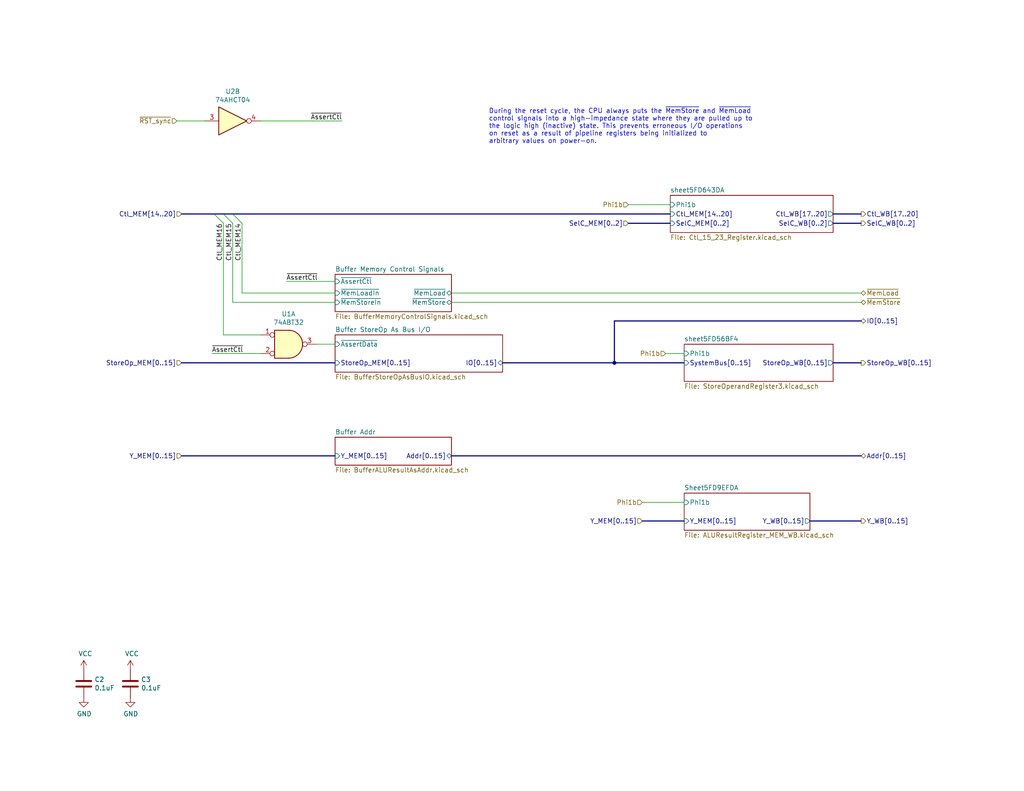
<source format=kicad_sch>
(kicad_sch (version 20250114) (generator "eeschema") (generator_version "9.0")
  (paper "USLetter")
  (title_block (title "MEM") (date "2025-07-01") (rev "A") (comment 3 "These devices connect to the main board via a connector described in another sheet.") (comment 4 "The MEM stage interfaces with memory and memory-mapped peripherals."))
  (lib_symbols
    (symbol "Device:C" (pin_numbers (hide yes)) (pin_names (offset 0.254))
      (property "Reference" "C" (at 0.635 2.54 0))
      (property "Value" "C" (at 0.635 -2.54 0))
      (symbol "C_0_1"
        (polyline (pts (xy -2.032 0.762) (xy 2.032 0.762)) (stroke (width 0.508)))
        (polyline (pts (xy -2.032 -0.762) (xy 2.032 -0.762)) (stroke (width 0.508)))
      )
      (symbol "C_1_1"
        (pin passive line (at 0 3.81 270) (length 2.794) (name "~") (number "1"))
        (pin passive line (at 0 -3.81 90) (length 2.794) (name "~") (number "2"))
      )
    )
    (symbol "Turtle16:74ABT32" (pin_names (offset 1.016))
      (property "Reference" "U" (at 0 1.27 0))
      (property "Value" "74ABT32" (at 0 -1.27 0))
      (symbol "74ABT32_1_1"
        (arc (start -3.81 3.81) (mid -2.589 0) (end -3.81 -3.81) (stroke (width 0.254)))
        (polyline (pts (xy -3.81 3.81) (xy -0.635 3.81)) (stroke (width 0.254)) (fill (type background)))
        (polyline (pts (xy -3.81 -3.81) (xy -0.635 -3.81)) (stroke (width 0.254)) (fill (type background)))
        (arc (start 3.81 0) (mid 2.1855 -2.584) (end -0.6096 -3.81) (stroke (width 0.254)) (fill (type background)))
        (arc (start -0.6096 3.81) (mid 2.1928 2.5924) (end 3.81 0) (stroke (width 0.254)) (fill (type background)))
        (polyline (pts (xy -0.635 3.81) (xy -3.81 3.81) (xy -3.81 3.81) (xy -3.556 3.4036) (xy -3.0226 2.2606) (xy -2.6924 1.0414) (xy -2.6162 -0.254) (xy -2.7686 -1.4986) (xy -3.175 -2.7178) (xy -3.81 -3.81) (xy -3.81 -3.81) (xy -0.635 -3.81)) (stroke (width -25.4)) (fill (type background)))
        (pin input line (at -7.62 2.54 0) (length 4.318) (name "~") (number "1"))
        (pin input line (at -7.62 -2.54 0) (length 4.318) (name "~") (number "2"))
        (pin output line (at 7.62 0 180) (length 3.81) (name "~") (number "3"))
      )
      (symbol "74ABT32_1_2"
        (arc (start 0 3.81) (mid 3.7934 0) (end 0 -3.81) (stroke (width 0.254)) (fill (type background)))
        (polyline (pts (xy 0 3.81) (xy -3.81 3.81) (xy -3.81 -3.81) (xy 0 -3.81)) (stroke (width 0.254)) (fill (type background)))
        (pin input inverted (at -7.62 2.54 0) (length 3.81) (name "~") (number "1"))
        (pin input inverted (at -7.62 -2.54 0) (length 3.81) (name "~") (number "2"))
        (pin output inverted (at 7.62 0 180) (length 3.81) (name "~") (number "3"))
      )
      (symbol "74ABT32_2_1"
        (arc (start -3.81 3.81) (mid -2.589 0) (end -3.81 -3.81) (stroke (width 0.254)))
        (polyline (pts (xy -3.81 3.81) (xy -0.635 3.81)) (stroke (width 0.254)) (fill (type background)))
        (polyline (pts (xy -3.81 -3.81) (xy -0.635 -3.81)) (stroke (width 0.254)) (fill (type background)))
        (arc (start 3.81 0) (mid 2.1855 -2.584) (end -0.6096 -3.81) (stroke (width 0.254)) (fill (type background)))
        (arc (start -0.6096 3.81) (mid 2.1928 2.5924) (end 3.81 0) (stroke (width 0.254)) (fill (type background)))
        (polyline (pts (xy -0.635 3.81) (xy -3.81 3.81) (xy -3.81 3.81) (xy -3.556 3.4036) (xy -3.0226 2.2606) (xy -2.6924 1.0414) (xy -2.6162 -0.254) (xy -2.7686 -1.4986) (xy -3.175 -2.7178) (xy -3.81 -3.81) (xy -3.81 -3.81) (xy -0.635 -3.81)) (stroke (width -25.4)) (fill (type background)))
        (pin input line (at -7.62 2.54 0) (length 4.318) (name "~") (number "4"))
        (pin input line (at -7.62 -2.54 0) (length 4.318) (name "~") (number "5"))
        (pin output line (at 7.62 0 180) (length 3.81) (name "~") (number "6"))
      )
      (symbol "74ABT32_2_2"
        (arc (start 0 3.81) (mid 3.7934 0) (end 0 -3.81) (stroke (width 0.254)) (fill (type background)))
        (polyline (pts (xy 0 3.81) (xy -3.81 3.81) (xy -3.81 -3.81) (xy 0 -3.81)) (stroke (width 0.254)) (fill (type background)))
        (pin input inverted (at -7.62 2.54 0) (length 3.81) (name "~") (number "4"))
        (pin input inverted (at -7.62 -2.54 0) (length 3.81) (name "~") (number "5"))
        (pin output inverted (at 7.62 0 180) (length 3.81) (name "~") (number "6"))
      )
      (symbol "74ABT32_3_1"
        (arc (start -3.81 3.81) (mid -2.589 0) (end -3.81 -3.81) (stroke (width 0.254)))
        (polyline (pts (xy -3.81 3.81) (xy -0.635 3.81)) (stroke (width 0.254)) (fill (type background)))
        (polyline (pts (xy -3.81 -3.81) (xy -0.635 -3.81)) (stroke (width 0.254)) (fill (type background)))
        (arc (start 3.81 0) (mid 2.1855 -2.584) (end -0.6096 -3.81) (stroke (width 0.254)) (fill (type background)))
        (arc (start -0.6096 3.81) (mid 2.1928 2.5924) (end 3.81 0) (stroke (width 0.254)) (fill (type background)))
        (polyline (pts (xy -0.635 3.81) (xy -3.81 3.81) (xy -3.81 3.81) (xy -3.556 3.4036) (xy -3.0226 2.2606) (xy -2.6924 1.0414) (xy -2.6162 -0.254) (xy -2.7686 -1.4986) (xy -3.175 -2.7178) (xy -3.81 -3.81) (xy -3.81 -3.81) (xy -0.635 -3.81)) (stroke (width -25.4)) (fill (type background)))
        (pin input line (at -7.62 2.54 0) (length 4.318) (name "~") (number "9"))
        (pin input line (at -7.62 -2.54 0) (length 4.318) (name "~") (number "10"))
        (pin output line (at 7.62 0 180) (length 3.81) (name "~") (number "8"))
      )
      (symbol "74ABT32_3_2"
        (arc (start 0 3.81) (mid 3.7934 0) (end 0 -3.81) (stroke (width 0.254)) (fill (type background)))
        (polyline (pts (xy 0 3.81) (xy -3.81 3.81) (xy -3.81 -3.81) (xy 0 -3.81)) (stroke (width 0.254)) (fill (type background)))
        (pin input inverted (at -7.62 2.54 0) (length 3.81) (name "~") (number "9"))
        (pin input inverted (at -7.62 -2.54 0) (length 3.81) (name "~") (number "10"))
        (pin output inverted (at 7.62 0 180) (length 3.81) (name "~") (number "8"))
      )
      (symbol "74ABT32_4_1"
        (arc (start -3.81 3.81) (mid -2.589 0) (end -3.81 -3.81) (stroke (width 0.254)))
        (polyline (pts (xy -3.81 3.81) (xy -0.635 3.81)) (stroke (width 0.254)) (fill (type background)))
        (polyline (pts (xy -3.81 -3.81) (xy -0.635 -3.81)) (stroke (width 0.254)) (fill (type background)))
        (arc (start 3.81 0) (mid 2.1855 -2.584) (end -0.6096 -3.81) (stroke (width 0.254)) (fill (type background)))
        (arc (start -0.6096 3.81) (mid 2.1928 2.5924) (end 3.81 0) (stroke (width 0.254)) (fill (type background)))
        (polyline (pts (xy -0.635 3.81) (xy -3.81 3.81) (xy -3.81 3.81) (xy -3.556 3.4036) (xy -3.0226 2.2606) (xy -2.6924 1.0414) (xy -2.6162 -0.254) (xy -2.7686 -1.4986) (xy -3.175 -2.7178) (xy -3.81 -3.81) (xy -3.81 -3.81) (xy -0.635 -3.81)) (stroke (width -25.4)) (fill (type background)))
        (pin input line (at -7.62 2.54 0) (length 4.318) (name "~") (number "12"))
        (pin input line (at -7.62 -2.54 0) (length 4.318) (name "~") (number "13"))
        (pin output line (at 7.62 0 180) (length 3.81) (name "~") (number "11"))
      )
      (symbol "74ABT32_4_2"
        (arc (start 0 3.81) (mid 3.7934 0) (end 0 -3.81) (stroke (width 0.254)) (fill (type background)))
        (polyline (pts (xy 0 3.81) (xy -3.81 3.81) (xy -3.81 -3.81) (xy 0 -3.81)) (stroke (width 0.254)) (fill (type background)))
        (pin input inverted (at -7.62 2.54 0) (length 3.81) (name "~") (number "12"))
        (pin input inverted (at -7.62 -2.54 0) (length 3.81) (name "~") (number "13"))
        (pin output inverted (at 7.62 0 180) (length 3.81) (name "~") (number "11"))
      )
      (symbol "74ABT32_5_0"
        (pin power_in line (at 0 12.7 270) (length 5.08) (name "VCC") (number "14"))
        (pin power_in line (at 0 -12.7 90) (length 5.08) (name "GND") (number "7"))
      )
      (symbol "74ABT32_5_1"
        (rectangle (start -5.08 7.62) (end 5.08 -7.62) (stroke (width 0.254)) (fill (type background)))
      )
    )
    (symbol "Turtle16:74AHCT04"
      (property "Reference" "U" (at 0 1.27 0))
      (property "Value" "74AHCT04" (at 0 -1.27 0))
      (symbol "74AHCT04_1_0"
        (polyline (pts (xy -3.81 3.81) (xy -3.81 -3.81) (xy 3.81 0) (xy -3.81 3.81)) (stroke (width 0.254)) (fill (type background)))
        (pin input line (at -7.62 0 0) (length 3.81) (name "~") (number "1"))
        (pin output inverted (at 7.62 0 180) (length 3.81) (name "~") (number "2"))
      )
      (symbol "74AHCT04_2_0"
        (polyline (pts (xy -3.81 3.81) (xy -3.81 -3.81) (xy 3.81 0) (xy -3.81 3.81)) (stroke (width 0.254)) (fill (type background)))
        (pin input line (at -7.62 0 0) (length 3.81) (name "~") (number "3"))
        (pin output inverted (at 7.62 0 180) (length 3.81) (name "~") (number "4"))
      )
      (symbol "74AHCT04_3_0"
        (polyline (pts (xy -3.81 3.81) (xy -3.81 -3.81) (xy 3.81 0) (xy -3.81 3.81)) (stroke (width 0.254)) (fill (type background)))
        (pin input line (at -7.62 0 0) (length 3.81) (name "~") (number "5"))
        (pin output inverted (at 7.62 0 180) (length 3.81) (name "~") (number "6"))
      )
      (symbol "74AHCT04_4_0"
        (polyline (pts (xy -3.81 3.81) (xy -3.81 -3.81) (xy 3.81 0) (xy -3.81 3.81)) (stroke (width 0.254)) (fill (type background)))
        (pin input line (at -7.62 0 0) (length 3.81) (name "~") (number "9"))
        (pin output inverted (at 7.62 0 180) (length 3.81) (name "~") (number "8"))
      )
      (symbol "74AHCT04_5_0"
        (polyline (pts (xy -3.81 3.81) (xy -3.81 -3.81) (xy 3.81 0) (xy -3.81 3.81)) (stroke (width 0.254)) (fill (type background)))
        (pin input line (at -7.62 0 0) (length 3.81) (name "~") (number "11"))
        (pin output inverted (at 7.62 0 180) (length 3.81) (name "~") (number "10"))
      )
      (symbol "74AHCT04_6_0"
        (polyline (pts (xy -3.81 3.81) (xy -3.81 -3.81) (xy 3.81 0) (xy -3.81 3.81)) (stroke (width 0.254)) (fill (type background)))
        (pin input line (at -7.62 0 0) (length 3.81) (name "~") (number "13"))
        (pin output inverted (at 7.62 0 180) (length 3.81) (name "~") (number "12"))
      )
      (symbol "74AHCT04_7_0"
        (pin power_in line (at 0 12.7 270) (length 5.08) (name "VCC") (number "14"))
        (pin power_in line (at 0 -12.7 90) (length 5.08) (name "GND") (number "7"))
      )
      (symbol "74AHCT04_7_1"
        (rectangle (start -5.08 7.62) (end 5.08 -7.62) (stroke (width 0.254)) (fill (type background)))
      )
    )
    (symbol "power:GND" (power) (pin_numbers (hide yes)) (pin_names (offset 0) (hide yes))
      (property "Value" "GND" (at 0 -3.81 0))
      (symbol "GND_0_1"
        (polyline (pts (xy 0 0) (xy 0 -1.27) (xy 1.27 -1.27) (xy 0 -2.54) (xy -1.27 -1.27) (xy 0 -1.27)))
      )
      (symbol "GND_1_1"
        (pin power_in line (at 0 0 270) (length 0) (name "~") (number "1"))
      )
    )
    (symbol "power:VCC" (power) (pin_numbers (hide yes)) (pin_names (offset 0) (hide yes))
      (property "Value" "VCC" (at 0 3.556 0))
      (symbol "VCC_0_1"
        (polyline (pts (xy -0.762 1.27) (xy 0 2.54)))
        (polyline (pts (xy 0 2.54) (xy 0.762 1.27)))
        (polyline (pts (xy 0 0) (xy 0 2.54)))
      )
      (symbol "VCC_1_1"
        (pin power_in line (at 0 0 90) (length 0) (name "~") (number "1"))
      )
    )
  )
  (text "During the reset cycle, the CPU always puts the ~{MemStore} and ~{MemLoad}\ncontrol signals into a high-impedance state where they are pulled up to\nthe logic high (inactive) state. This prevents erroneous I/O operations\non reset as a result of pipeline registers being initialized to\narbitrary values on power-on." (at 133.35 39.37 0) (effects (font (size 1.27 1.27)) (justify left bottom)))
  (junction (at -44.45 111.125))
  (junction (at -44.45 146.05))
  (junction (at -21.59 133.985))
  (junction (at -44.45 130.81))
  (junction (at -44.45 116.205))
  (junction (at 167.64 99.06))
  (junction (at -21.59 146.05))
  (junction (at -44.45 140.97))
  (junction (at -44.45 125.73))
  (no_connect (at -6.35 146.05))
  (no_connect (at -6.35 133.985))
  (no_connect (at -26.67 128.27))
  (no_connect (at -26.67 113.665))
  (no_connect (at -26.67 143.51))
  (bus_entry (at 58.42 58.42) (size 2.54 2.54))
  (bus_entry (at 63.5 58.42) (size 2.54 2.54))
  (bus_entry (at 60.96 58.42) (size 2.54 2.54))
  (bus (pts (xy 234.95 99.06) (xy 227.33 99.06)))
  (wire (pts (xy -21.59 133.985) (xy -21.59 146.05)))
  (wire (pts (xy 181.61 96.52) (xy 186.69 96.52)))
  (wire (pts (xy -21.59 97.79) (xy -21.59 133.985)))
  (bus (pts (xy 234.95 142.24) (xy 220.98 142.24)))
  (bus (pts (xy 63.5 58.42) (xy 182.88 58.42)))
  (wire (pts (xy -44.45 130.81) (xy -44.45 140.97)))
  (wire (pts (xy 60.96 60.96) (xy 60.96 91.44)))
  (wire (pts (xy 66.04 60.96) (xy 66.04 80.01)))
  (wire (pts (xy -44.45 99.06) (xy -44.45 111.125)))
  (bus (pts (xy 227.33 58.42) (xy 234.95 58.42)))
  (wire (pts (xy -44.45 116.205) (xy -44.45 125.73)))
  (wire (pts (xy -44.45 146.05) (xy -44.45 152.4)))
  (wire (pts (xy -44.45 116.205) (xy -41.91 116.205)))
  (wire (pts (xy 171.45 55.88) (xy 182.88 55.88)))
  (bus (pts (xy 123.19 124.46) (xy 234.95 124.46)))
  (wire (pts (xy -21.59 179.07) (xy -21.59 180.34)))
  (wire (pts (xy 60.96 91.44) (xy 71.12 91.44)))
  (wire (pts (xy -44.45 125.73) (xy -44.45 130.81)))
  (wire (pts (xy -44.45 179.07) (xy -44.45 177.8)))
  (bus (pts (xy 167.64 87.63) (xy 167.64 99.06)))
  (wire (pts (xy -41.91 125.73) (xy -44.45 125.73)))
  (wire (pts (xy 66.04 80.01) (xy 91.44 80.01)))
  (bus (pts (xy 167.64 99.06) (xy 186.69 99.06)))
  (bus (pts (xy 49.53 58.42) (xy 58.42 58.42)))
  (bus (pts (xy 167.64 87.63) (xy 234.95 87.63)))
  (wire (pts (xy -41.91 146.05) (xy -44.45 146.05)))
  (wire (pts (xy -44.45 111.125) (xy -41.91 111.125)))
  (wire (pts (xy -41.91 130.81) (xy -44.45 130.81)))
  (wire (pts (xy 63.5 60.96) (xy 63.5 82.55)))
  (bus (pts (xy 175.26 142.24) (xy 186.69 142.24)))
  (bus (pts (xy 58.42 58.42) (xy 60.96 58.42)))
  (bus (pts (xy 60.96 58.42) (xy 63.5 58.42)))
  (bus (pts (xy 182.88 60.96) (xy 171.45 60.96)))
  (bus (pts (xy 137.16 99.06) (xy 167.64 99.06)))
  (wire (pts (xy -44.45 140.97) (xy -44.45 146.05)))
  (wire (pts (xy -21.59 146.05) (xy -21.59 153.67)))
  (bus (pts (xy 49.53 124.46) (xy 91.44 124.46)))
  (bus (pts (xy 227.33 60.96) (xy 234.95 60.96)))
  (wire (pts (xy 57.785 96.52) (xy 71.12 96.52)))
  (wire (pts (xy 78.105 76.835) (xy 91.44 76.835)))
  (bus (pts (xy 49.53 99.06) (xy 91.44 99.06)))
  (wire (pts (xy 55.88 33.02) (xy 48.26 33.02)))
  (wire (pts (xy 86.36 93.98) (xy 91.44 93.98)))
  (wire (pts (xy 234.95 82.55) (xy 123.19 82.55)))
  (wire (pts (xy 123.19 80.01) (xy 234.95 80.01)))
  (wire (pts (xy -44.45 111.125) (xy -44.45 116.205)))
  (wire (pts (xy 63.5 82.55) (xy 91.44 82.55)))
  (wire (pts (xy 93.345 33.02) (xy 71.12 33.02)))
  (wire (pts (xy -41.91 140.97) (xy -44.45 140.97)))
  (wire (pts (xy 175.26 137.16) (xy 186.69 137.16)))
  (label "Ctl_MEM15" (at 63.5 60.96 270))
  (label "~{AssertCtl}" (at 93.345 33.02 180))
  (label "~{AssertCtl}" (at 78.105 76.835 0))
  (label "Ctl_MEM14" (at 66.04 60.96 270))
  (label "~{AssertCtl}" (at 57.785 96.52 0))
  (label "Ctl_MEM16" (at 60.96 60.96 270))
  (hierarchical_label "Phi1b" (shape input) (at 175.26 137.16 180))
  (hierarchical_label "Phi1b" (shape input) (at 181.61 96.52 180))
  (hierarchical_label "Y_WB[0..15]" (shape output) (at 234.95 142.24 0))
  (hierarchical_label "~{MemStore}" (shape tri_state) (at 234.95 82.55 0))
  (hierarchical_label "Y_MEM[0..15]" (shape input) (at 175.26 142.24 180))
  (hierarchical_label "Y_MEM[0..15]" (shape input) (at 49.53 124.46 180))
  (hierarchical_label "~{RST_sync}" (shape input) (at 48.26 33.02 180))
  (hierarchical_label "Phi1b" (shape input) (at 171.45 55.88 180))
  (hierarchical_label "IO[0..15]" (shape tri_state) (at 234.95 87.63 0))
  (hierarchical_label "Ctl_WB[17..20]" (shape output) (at 234.95 58.42 0))
  (hierarchical_label "Ctl_MEM[14..20]" (shape input) (at 49.53 58.42 180))
  (hierarchical_label "StoreOp_WB[0..15]" (shape output) (at 234.95 99.06 0))
  (hierarchical_label "~{MemLoad}" (shape tri_state) (at 234.95 80.01 0))
  (hierarchical_label "SelC_WB[0..2]" (shape output) (at 234.95 60.96 0))
  (hierarchical_label "Addr[0..15]" (shape tri_state) (at 234.95 124.46 0))
  (hierarchical_label "SelC_MEM[0..2]" (shape input) (at 171.45 60.96 180))
  (hierarchical_label "StoreOp_MEM[0..15]" (shape input) (at 49.53 99.06 180))
  (symbol (lib_id "Turtle16:74AHCT04") (at -21.59 166.37 0) (unit 7)
    (property "Reference" "U2" (at -21.59 165.1 0))
    (property "Value" "74AHCT04" (at -21.59 167.64 0))
    (property "Footprint" "Package_SO:TSSOP-14_4.4x5mm_P0.65mm" (effects (hide yes)))
    (property "Datasheet" "https://assets.nexperia.com/documents/data-sheet/74AHC_AHCT04.pdf" (effects (hide yes)))
    (property "Manufacturer" "Nexperia" (effects (hide yes)))
    (property "Manufacturer#" "74AHCT04APWJ" (effects (hide yes)))
    (property "Mouser#" "771-74AHCT04APWJ" (effects (hide yes)))
    (property "Digikey#" "1727-74AHCT04APWJCT-ND" (effects (hide yes)))
  )
  (symbol (lib_id "Turtle16:74AHCT04") (at -13.97 146.05 0) (unit 6)
    (property "Reference" "U2" (at -13.97 137.9982 0))
    (property "Value" "74AHCT04" (at -13.97 140.3096 0))
    (property "Footprint" "Package_SO:TSSOP-14_4.4x5mm_P0.65mm" (effects (hide yes)))
    (property "Datasheet" "https://assets.nexperia.com/documents/data-sheet/74AHC_AHCT04.pdf" (effects (hide yes)))
    (property "Manufacturer" "Nexperia" (effects (hide yes)))
    (property "Manufacturer#" "74AHCT04APWJ" (effects (hide yes)))
    (property "Mouser#" "771-74AHCT04APWJ" (effects (hide yes)))
    (property "Digikey#" "1727-74AHCT04APWJCT-ND" (effects (hide yes)))
  )
  (symbol (lib_id "power:VCC") (at -21.59 97.79 0) (unit 1)
    (property "Reference" "#PWR011" (effects (hide yes)))
    (property "Value" "VCC" (at -21.1582 93.3958 0))
    (property "Description" "Power symbol creates a global label with name \"VCC\"" (effects (hide yes)))
  )
  (symbol (lib_id "power:GND") (at -21.59 180.34 0) (mirror y) (unit 1)
    (property "Reference" "#PWR012" (effects (hide yes)))
    (property "Value" "GND" (at -21.717 184.7342 0))
    (property "Description" "Power symbol creates a global label with name \"GND\" , ground" (effects (hide yes)))
  )
  (symbol (lib_id "Turtle16:74AHCT04") (at 63.5 33.02 0) (unit 2)
    (property "Reference" "U2" (at 63.5 24.9682 0))
    (property "Value" "74AHCT04" (at 63.5 27.2796 0))
    (property "Footprint" "Package_SO:TSSOP-14_4.4x5mm_P0.65mm" (effects (hide yes)))
    (property "Datasheet" "https://assets.nexperia.com/documents/data-sheet/74AHC_AHCT04.pdf" (effects (hide yes)))
    (property "Manufacturer" "Nexperia" (effects (hide yes)))
    (property "Manufacturer#" "74AHCT04APWJ" (effects (hide yes)))
    (property "Mouser#" "771-74AHCT04APWJ" (effects (hide yes)))
    (property "Digikey#" "1727-74AHCT04APWJCT-ND" (effects (hide yes)))
  )
  (symbol (lib_id "power:GND") (at 22.86 190.5 0) (unit 1)
    (property "Reference" "#PWR014" (effects (hide yes)))
    (property "Value" "GND" (at 22.987 194.8942 0))
    (property "Description" "Power symbol creates a global label with name \"GND\" , ground" (effects (hide yes)))
  )
  (symbol (lib_id "power:VCC") (at 22.86 182.88 0) (unit 1)
    (property "Reference" "#PWR013" (effects (hide yes)))
    (property "Value" "VCC" (at 23.2918 178.4858 0))
    (property "Description" "Power symbol creates a global label with name \"VCC\"" (effects (hide yes)))
  )
  (symbol (lib_id "Device:C") (at 22.86 186.69 0) (unit 1)
    (property "Reference" "C2" (at 25.781 185.5216 0) (effects (justify left)))
    (property "Value" "0.1uF" (at 25.781 187.833 0) (effects (justify left)))
    (property "Footprint" "Capacitor_SMD:C_0603_1608Metric" (effects (hide yes)))
    (property "Datasheet" "https://www.mouser.com/datasheet/2/396/taiyo_yuden_12132018_mlcc11_hq_e-1510082.pdf" (effects (hide yes)))
    (property "Manufacturer" "Taiyo Yuden" (effects (hide yes)))
    (property "Manufacturer#" "EMK107B7104KAHT" (effects (hide yes)))
    (property "Mouser#" "963-EMK107B7104KAHT" (effects (hide yes)))
    (property "Digikey#" "587-6004-1-ND" (effects (hide yes)))
  )
  (symbol (lib_id "power:VCC") (at -44.45 99.06 0) (unit 1)
    (property "Reference" "#PWR09" (effects (hide yes)))
    (property "Value" "VCC" (at -44.0182 94.6658 0))
    (property "Description" "Power symbol creates a global label with name \"VCC\"" (effects (hide yes)))
  )
  (symbol (lib_id "power:GND") (at -44.45 179.07 0) (unit 1)
    (property "Reference" "#PWR010" (effects (hide yes)))
    (property "Value" "GND" (at -44.323 183.4642 0))
    (property "Description" "Power symbol creates a global label with name \"GND\" , ground" (effects (hide yes)))
  )
  (symbol (lib_id "Turtle16:74ABT32") (at -34.29 113.665 0) (unit 2)
    (property "Reference" "U1" (at -34.29 105.41 0))
    (property "Value" "74ABT32" (at -34.29 107.7214 0))
    (property "Footprint" "Package_SO:TSSOP-14_4.4x5mm_P0.65mm" (effects (hide yes)))
    (property "Datasheet" "https://www.mouser.com/datasheet/2/916/74ABT32-2937354.pdf" (effects (hide yes)))
    (property "Manufacturer" "Nexperia" (effects (hide yes)))
    (property "Manufacturer#" "74ABT32PW,118" (effects (hide yes)))
    (property "Mouser#" "771-ABT32PW118" (effects (hide yes)))
    (property "Digikey#" "1727-6509-1-ND" (effects (hide yes)))
  )
  (symbol (lib_id "Turtle16:74ABT32") (at -34.29 128.27 0) (unit 3)
    (property "Reference" "U1" (at -34.29 120.015 0))
    (property "Value" "74ABT32" (at -34.29 122.3264 0))
    (property "Footprint" "Package_SO:TSSOP-14_4.4x5mm_P0.65mm" (effects (hide yes)))
    (property "Datasheet" "https://www.mouser.com/datasheet/2/916/74ABT32-2937354.pdf" (effects (hide yes)))
    (property "Manufacturer" "Nexperia" (effects (hide yes)))
    (property "Manufacturer#" "74ABT32PW,118" (effects (hide yes)))
    (property "Mouser#" "771-ABT32PW118" (effects (hide yes)))
    (property "Digikey#" "1727-6509-1-ND" (effects (hide yes)))
  )
  (symbol (lib_id "Turtle16:74ABT32") (at -34.29 143.51 0) (unit 4)
    (property "Reference" "U1" (at -34.29 135.255 0))
    (property "Value" "74ABT32" (at -34.29 137.5664 0))
    (property "Footprint" "Package_SO:TSSOP-14_4.4x5mm_P0.65mm" (effects (hide yes)))
    (property "Datasheet" "https://www.mouser.com/datasheet/2/916/74ABT32-2937354.pdf" (effects (hide yes)))
    (property "Manufacturer" "Nexperia" (effects (hide yes)))
    (property "Manufacturer#" "74ABT32PW,118" (effects (hide yes)))
    (property "Mouser#" "771-ABT32PW118" (effects (hide yes)))
    (property "Digikey#" "1727-6509-1-ND" (effects (hide yes)))
  )
  (symbol (lib_id "Turtle16:74ABT32") (at -44.45 165.1 0) (unit 5)
    (property "Reference" "U1" (at -38.608 163.9316 0) (effects (justify left)))
    (property "Value" "74ABT32" (at -38.608 166.243 0) (effects (justify left)))
    (property "Footprint" "Package_SO:TSSOP-14_4.4x5mm_P0.65mm" (effects (hide yes)))
    (property "Datasheet" "https://www.mouser.com/datasheet/2/916/74ABT32-2937354.pdf" (effects (hide yes)))
    (property "Manufacturer" "Nexperia" (effects (hide yes)))
    (property "Manufacturer#" "74ABT32PW,118" (effects (hide yes)))
    (property "Mouser#" "771-ABT32PW118" (effects (hide yes)))
    (property "Digikey#" "1727-6509-1-ND" (effects (hide yes)))
  )
  (symbol (lib_id "Turtle16:74ABT32") (at 78.74 93.98 0) (unit 1) (convert 2)
    (property "Reference" "U1" (at 78.74 85.725 0))
    (property "Value" "74ABT32" (at 78.74 88.0364 0))
    (property "Footprint" "Package_SO:TSSOP-14_4.4x5mm_P0.65mm" (effects (hide yes)))
    (property "Datasheet" "https://www.mouser.com/datasheet/2/916/74ABT32-2937354.pdf" (effects (hide yes)))
    (property "Manufacturer" "Nexperia" (effects (hide yes)))
    (property "Manufacturer#" "74ABT32PW,118" (effects (hide yes)))
    (property "Mouser#" "771-ABT32PW118" (effects (hide yes)))
    (property "Digikey#" "1727-6509-1-ND" (effects (hide yes)))
  )
  (symbol (lib_id "Device:C") (at 35.56 186.69 0) (unit 1)
    (property "Reference" "C3" (at 38.481 185.5216 0) (effects (justify left)))
    (property "Value" "0.1uF" (at 38.481 187.833 0) (effects (justify left)))
    (property "Footprint" "Capacitor_SMD:C_0603_1608Metric" (effects (hide yes)))
    (property "Datasheet" "https://www.mouser.com/datasheet/2/396/taiyo_yuden_12132018_mlcc11_hq_e-1510082.pdf" (effects (hide yes)))
    (property "Manufacturer" "Taiyo Yuden" (effects (hide yes)))
    (property "Manufacturer#" "EMK107B7104KAHT" (effects (hide yes)))
    (property "Mouser#" "963-EMK107B7104KAHT" (effects (hide yes)))
    (property "Digikey#" "587-6004-1-ND" (effects (hide yes)))
  )
  (symbol (lib_id "power:GND") (at 35.56 190.5 0) (unit 1)
    (property "Reference" "#PWR016" (effects (hide yes)))
    (property "Value" "GND" (at 35.687 194.8942 0))
    (property "Description" "Power symbol creates a global label with name \"GND\" , ground" (effects (hide yes)))
  )
  (symbol (lib_id "power:VCC") (at 35.56 182.88 0) (unit 1)
    (property "Reference" "#PWR015" (effects (hide yes)))
    (property "Value" "VCC" (at 35.9918 178.4858 0))
    (property "Description" "Power symbol creates a global label with name \"VCC\"" (effects (hide yes)))
  )
  (symbol (lib_id "Turtle16:74AHCT04") (at -13.97 133.985 0) (unit 1)
    (property "Reference" "U2" (at -13.97 125.9332 0))
    (property "Value" "74AHCT04" (at -13.97 128.2446 0))
    (property "Footprint" "Package_SO:TSSOP-14_4.4x5mm_P0.65mm" (effects (hide yes)))
    (property "Datasheet" "https://assets.nexperia.com/documents/data-sheet/74AHC_AHCT04.pdf" (effects (hide yes)))
    (property "Manufacturer" "Nexperia" (effects (hide yes)))
    (property "Manufacturer#" "74AHCT04APWJ" (effects (hide yes)))
    (property "Mouser#" "771-74AHCT04APWJ" (effects (hide yes)))
    (property "Digikey#" "1727-74AHCT04APWJCT-ND" (effects (hide yes)))
  )
  (sheet (at 91.44 74.93) (size 31.75 10.16)
    (property "Sheetname" "Buffer Memory Control Signals" (at 91.44 74.2184 0) (effects (justify left bottom)))
    (property "Sheetfile" "BufferMemoryControlSignals.kicad_sch" (at 91.44 85.6746 0) (effects (justify left top)))
    (pin "~{MemLoadIn}" input (at 91.44 80.01 180))
    (pin "~{MemStoreIn}" input (at 91.44 82.55 180))
    (pin "~{MemLoad}" tri_state (at 123.19 80.01 0))
    (pin "~{MemStore}" tri_state (at 123.19 82.55 0))
    (pin "~{AssertCtl}" input (at 91.44 76.835 180))
  )
  (sheet (at 91.44 119.38) (size 31.75 7.62)
    (property "Sheetname" "Buffer Addr" (at 91.44 118.6684 0) (effects (justify left bottom)))
    (property "Sheetfile" "BufferALUResultAsAddr.kicad_sch" (at 91.44 127.5846 0) (effects (justify left top)))
    (pin "Addr[0..15]" tri_state (at 123.19 124.46 0))
    (pin "Y_MEM[0..15]" input (at 91.44 124.46 180))
  )
  (sheet (at 186.69 93.98) (size 40.64 10.16)
    (property "Sheetname" "sheet5FD56BF4" (at 186.69 93.2684 0) (effects (justify left bottom)))
    (property "Sheetfile" "StoreOperandRegister3.kicad_sch" (at 186.69 104.7246 0) (effects (justify left top)))
    (pin "SystemBus[0..15]" input (at 186.69 99.06 180))
    (pin "StoreOp_WB[0..15]" output (at 227.33 99.06 0))
    (pin "Phi1b" input (at 186.69 96.52 180))
  )
  (sheet (at 182.88 53.34) (size 44.45 10.16)
    (property "Sheetname" "sheet5FD643DA" (at 182.88 52.6284 0) (effects (justify left bottom)))
    (property "Sheetfile" "Ctl_15_23_Register.kicad_sch" (at 182.88 64.0846 0) (effects (justify left top)))
    (pin "SelC_MEM[0..2]" input (at 182.88 60.96 180))
    (pin "SelC_WB[0..2]" output (at 227.33 60.96 0))
    (pin "Ctl_WB[17..20]" output (at 227.33 58.42 0))
    (pin "Ctl_MEM[14..20]" input (at 182.88 58.42 180))
    (pin "Phi1b" input (at 182.88 55.88 180))
  )
  (sheet (at 186.69 134.62) (size 34.29 10.16)
    (property "Sheetname" "Sheet5FD9EFDA" (at 186.69 133.9084 0) (effects (justify left bottom)))
    (property "Sheetfile" "ALUResultRegister_MEM_WB.kicad_sch" (at 186.69 145.3646 0) (effects (justify left top)))
    (pin "Y_MEM[0..15]" input (at 186.69 142.24 180))
    (pin "Y_WB[0..15]" output (at 220.98 142.24 0))
    (pin "Phi1b" input (at 186.69 137.16 180))
  )
  (sheet (at 91.44 91.44) (size 45.72 10.16)
    (property "Sheetname" "Buffer StoreOp As Bus I/O" (at 91.44 90.7284 0) (effects (justify left bottom)))
    (property "Sheetfile" "BufferStoreOpAsBusIO.kicad_sch" (at 91.44 102.1846 0) (effects (justify left top)))
    (pin "IO[0..15]" tri_state (at 137.16 99.06 0))
    (pin "StoreOp_MEM[0..15]" input (at 91.44 99.06 180))
    (pin "~{AssertData}" input (at 91.44 93.98 180))
  )
)
</source>
